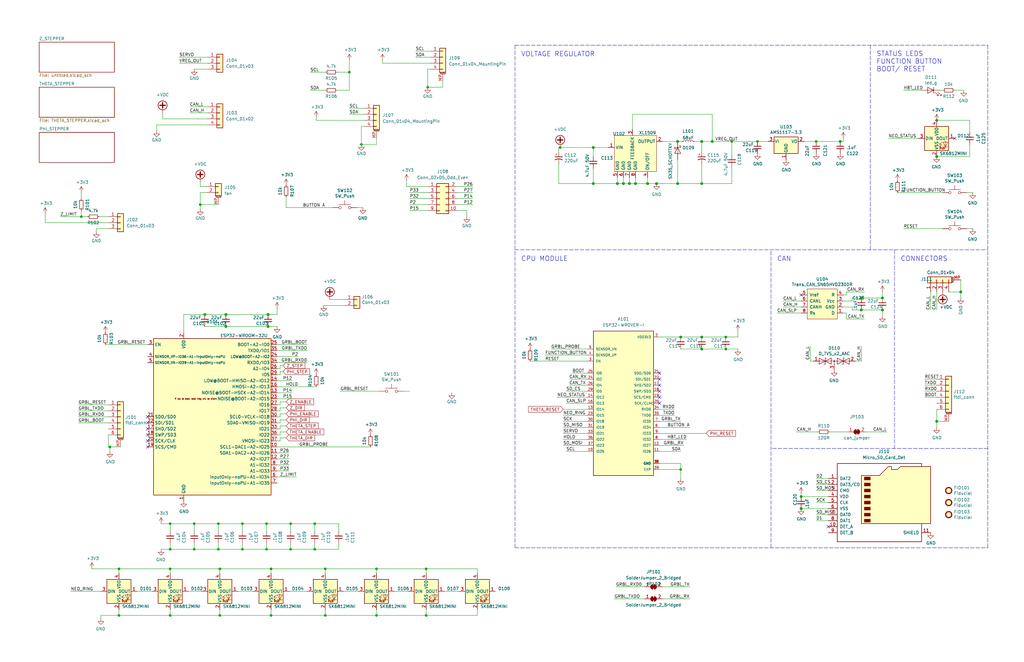
<source format=kicad_sch>
(kicad_sch (version 20230121) (generator eeschema)
  (paper "B")
  (title_block (rev "1.0P") (company "Evezor Inc."))
  (junction (at 180.34 36.83))
  (junction (at 337.82 209.55) (diameter 1.016))
  (junction (at 262.89 77.47) (diameter 1.016))
  (junction (at 137.16 240.03))
  (junction (at 363.22 125.73) (diameter 1.016))
  (junction (at 102.235 220.98))
  (junction (at 344.17 59.69))
  (junction (at 50.165 259.715))
  (junction (at 179.705 240.03))
  (junction (at 71.755 231.775))
  (junction (at 306.07 142.24))
  (junction (at 113.03 137.795) (diameter 1.016))
  (junction (at 363.22 130.81) (diameter 1.016))
  (junction (at 71.755 220.98))
  (junction (at 137.16 259.715))
  (junction (at 260.35 77.47) (diameter 1.016))
  (junction (at 295.91 59.69) (diameter 1.016))
  (junction (at 295.91 77.47) (diameter 1.016))
  (junction (at 92.71 259.715))
  (junction (at 306.07 147.32))
  (junction (at 112.395 231.775))
  (junction (at 132.715 231.775))
  (junction (at 236.22 62.23))
  (junction (at 95.25 137.795) (diameter 1.016))
  (junction (at 295.91 142.24) (diameter 1.016))
  (junction (at 250.19 62.23) (diameter 1.016))
  (junction (at 337.82 214.63) (diameter 1.016))
  (junction (at 354.33 59.69) (diameter 1.016))
  (junction (at 265.43 77.47) (diameter 1.016))
  (junction (at 158.75 259.715))
  (junction (at 95.25 132.715) (diameter 1.016))
  (junction (at 113.03 132.715) (diameter 1.016))
  (junction (at 394.97 66.04) (diameter 1.016))
  (junction (at 112.395 220.98))
  (junction (at 405.13 123.19) (diameter 1.016))
  (junction (at 92.075 231.775))
  (junction (at 34.29 91.44))
  (junction (at 319.405 59.69))
  (junction (at 102.235 231.775))
  (junction (at 394.97 50.8) (diameter 1.016))
  (junction (at 132.715 220.98))
  (junction (at 295.91 147.32) (diameter 1.016))
  (junction (at 92.075 220.98))
  (junction (at 71.755 259.715))
  (junction (at 152.4 60.96))
  (junction (at 92.71 240.03))
  (junction (at 81.915 231.775))
  (junction (at 84.455 86.36))
  (junction (at 86.36 132.715) (diameter 1.016))
  (junction (at 122.555 231.775))
  (junction (at 372.11 130.81) (diameter 1.016))
  (junction (at 372.11 125.73) (diameter 1.016))
  (junction (at 81.915 220.98))
  (junction (at 71.755 240.03))
  (junction (at 114.3 240.03))
  (junction (at 179.705 259.715))
  (junction (at 276.86 77.47) (diameter 1.016))
  (junction (at 273.05 77.47) (diameter 1.016))
  (junction (at 50.165 240.03))
  (junction (at 250.19 77.47) (diameter 1.016))
  (junction (at 308.61 59.69))
  (junction (at 46.355 188.595))
  (junction (at 158.75 240.03))
  (junction (at 267.97 77.47) (diameter 1.016))
  (junction (at 287.02 198.12))
  (junction (at 394.97 177.8) (diameter 1.016))
  (junction (at 287.02 142.24) (diameter 1.016))
  (junction (at 122.555 220.98))
  (junction (at 285.75 77.47) (diameter 1.016))
  (junction (at 114.3 259.715))
  (junction (at 300.355 59.69) (diameter 1.016))
  (junction (at 285.75 59.69) (diameter 1.016))
  (junction (at 147.32 30.48))
  (no_connect (at 278.13 160.02))
  (no_connect (at 402.59 58.42))
  (no_connect (at 62.23 183.515))
  (no_connect (at 62.23 186.055))
  (no_connect (at 278.13 167.64))
  (no_connect (at 62.23 175.895))
  (no_connect (at 349.25 222.25))
  (no_connect (at 62.23 188.595))
  (no_connect (at 337.82 124.46))
  (no_connect (at 278.13 157.48))
  (no_connect (at 62.23 178.435))
  (no_connect (at 278.13 170.18))
  (no_connect (at 278.13 165.1))
  (no_connect (at 278.13 162.56))
  (no_connect (at 62.23 180.975))
  (wire (pts (xy 265.43 77.47) (xy 267.97 77.47)))
  (wire (pts (xy 278.13 185.42) (xy 289.56 185.42)))
  (wire (pts (xy 122.555 229.235) (xy 122.555 231.775)))
  (wire (pts (xy 363.22 146.05) (xy 363.22 152.4)))
  (polyline (pts (xy 367.03 19.05) (xy 367.03 105.41)) (stroke (width 0) (type dash)))
  (wire (pts (xy 45.72 188.595) (xy 46.355 188.595)))
  (wire (pts (xy 116.84 165.735) (xy 123.19 165.735)))
  (wire (pts (xy 337.82 129.54) (xy 330.2 129.54)))
  (wire (pts (xy 356.87 134.62) (xy 364.49 134.62)))
  (wire (pts (xy 235.585 69.215) (xy 235.585 77.47)))
  (wire (pts (xy 394.97 123.19) (xy 394.97 130.81)))
  (wire (pts (xy 387.35 58.42) (xy 374.65 58.42)))
  (wire (pts (xy 355.6 124.46) (xy 356.87 124.46)))
  (wire (pts (xy 118.11 158.115) (xy 116.84 158.115)))
  (wire (pts (xy 259.715 247.65) (xy 271.78 247.65)))
  (wire (pts (xy 142.24 38.1) (xy 147.32 38.1)))
  (wire (pts (xy 172.72 83.82) (xy 180.34 83.82)))
  (wire (pts (xy 132.715 231.775) (xy 142.875 231.775)))
  (wire (pts (xy 75.565 26.67) (xy 87.63 26.67)))
  (wire (pts (xy 201.295 259.715) (xy 179.705 259.715)))
  (wire (pts (xy 92.71 257.175) (xy 92.71 259.715)))
  (wire (pts (xy 256.54 62.23) (xy 250.19 62.23)))
  (wire (pts (xy 180.34 78.74) (xy 171.45 78.74)))
  (wire (pts (xy 392.43 123.19) (xy 392.43 130.81)))
  (wire (pts (xy 92.71 259.715) (xy 71.755 259.715)))
  (wire (pts (xy 341.63 146.05) (xy 341.63 152.4)))
  (wire (pts (xy 356.87 124.46) (xy 356.87 123.19)))
  (wire (pts (xy 372.11 125.73) (xy 372.11 123.19)))
  (wire (pts (xy 337.82 209.55) (xy 349.25 209.55)))
  (wire (pts (xy 287.02 195.58) (xy 287.02 198.12)))
  (wire (pts (xy 118.11 186.055) (xy 116.84 186.055)))
  (wire (pts (xy 147.32 45.72) (xy 153.67 45.72)))
  (wire (pts (xy 102.235 220.98) (xy 92.075 220.98)))
  (wire (pts (xy 262.89 74.93) (xy 262.89 77.47)))
  (wire (pts (xy 142.875 229.235) (xy 142.875 231.775)))
  (wire (pts (xy 81.915 220.98) (xy 71.755 220.98)))
  (wire (pts (xy 81.915 231.775) (xy 92.075 231.775)))
  (wire (pts (xy 113.03 132.715) (xy 116.84 132.715)))
  (wire (pts (xy 40.64 96.52) (xy 45.72 96.52)))
  (wire (pts (xy 247.65 165.1) (xy 238.76 165.1)))
  (wire (pts (xy 247.65 157.48) (xy 241.3 157.48)))
  (wire (pts (xy 42.545 260.985) (xy 42.545 259.715)))
  (wire (pts (xy 118.11 175.895) (xy 118.11 174.625)))
  (wire (pts (xy 158.75 257.175) (xy 158.75 259.715)))
  (wire (pts (xy 365.125 182.245) (xy 374.015 182.245)))
  (wire (pts (xy 133.35 49.53) (xy 133.35 50.8)))
  (wire (pts (xy 363.22 125.73) (xy 372.11 125.73)))
  (wire (pts (xy 68.58 50.165) (xy 68.58 47.625)))
  (wire (pts (xy 180.34 36.83) (xy 180.34 29.21)))
  (wire (pts (xy 394.97 66.04) (xy 408.94 66.04)))
  (wire (pts (xy 114.3 240.03) (xy 114.3 241.935)))
  (wire (pts (xy 344.17 204.47) (xy 349.25 204.47)))
  (wire (pts (xy 120.65 87.63) (xy 140.335 87.63)))
  (wire (pts (xy 121.92 249.555) (xy 129.54 249.555)))
  (wire (pts (xy 172.72 88.9) (xy 180.34 88.9)))
  (wire (pts (xy 292.735 59.69) (xy 295.91 59.69)))
  (wire (pts (xy 356.87 123.19) (xy 364.49 123.19)))
  (wire (pts (xy 278.13 195.58) (xy 287.02 195.58)))
  (wire (pts (xy 278.13 177.8) (xy 287.02 177.8)))
  (wire (pts (xy 363.22 130.81) (xy 372.11 130.81)))
  (wire (pts (xy 359.41 127) (xy 359.41 125.73)))
  (wire (pts (xy 137.16 240.03) (xy 158.75 240.03)))
  (wire (pts (xy 306.07 142.24) (xy 311.15 142.24)))
  (wire (pts (xy 114.3 240.03) (xy 137.16 240.03)))
  (wire (pts (xy 279.4 59.69) (xy 285.75 59.69)))
  (wire (pts (xy 152.4 60.96) (xy 152.4 53.34)))
  (wire (pts (xy 308.61 70.485) (xy 308.61 77.47)))
  (wire (pts (xy 92.075 229.235) (xy 92.075 231.775)))
  (wire (pts (xy 92.075 86.36) (xy 84.455 86.36)))
  (wire (pts (xy 247.65 190.5) (xy 238.76 190.5)))
  (wire (pts (xy 92.075 231.775) (xy 102.235 231.775)))
  (wire (pts (xy 158.75 58.42) (xy 158.75 60.96)))
  (wire (pts (xy 349.25 217.17) (xy 344.17 217.17)))
  (wire (pts (xy 344.17 212.09) (xy 349.25 212.09)))
  (wire (pts (xy 116.84 163.195) (xy 133.35 163.195)))
  (wire (pts (xy 276.86 77.47) (xy 285.75 77.47)))
  (wire (pts (xy 389.89 160.02) (xy 394.97 160.02)))
  (wire (pts (xy 71.755 220.98) (xy 67.945 220.98)))
  (wire (pts (xy 260.35 74.93) (xy 260.35 77.47)))
  (wire (pts (xy 100.33 249.555) (xy 106.68 249.555)))
  (wire (pts (xy 81.915 231.775) (xy 81.915 229.235)))
  (wire (pts (xy 132.715 229.235) (xy 132.715 231.775)))
  (wire (pts (xy 158.75 259.715) (xy 137.16 259.715)))
  (wire (pts (xy 193.04 81.28) (xy 199.39 81.28)))
  (wire (pts (xy 142.875 224.155) (xy 142.875 220.98)))
  (wire (pts (xy 144.78 249.555) (xy 151.13 249.555)))
  (wire (pts (xy 311.15 142.24) (xy 311.15 139.7)))
  (wire (pts (xy 319.405 59.69) (xy 323.85 59.69)))
  (wire (pts (xy 118.11 174.625) (xy 120.65 174.625)))
  (wire (pts (xy 158.75 60.96) (xy 152.4 60.96)))
  (polyline (pts (xy 217.17 19.05) (xy 416.56 19.05)) (stroke (width 0) (type dash)))
  (wire (pts (xy 300.355 59.69) (xy 308.61 59.69)))
  (wire (pts (xy 394.97 177.8) (xy 400.05 177.8)))
  (wire (pts (xy 247.65 185.42) (xy 237.49 185.42)))
  (wire (pts (xy 116.84 196.215) (xy 121.92 196.215)))
  (wire (pts (xy 158.75 240.03) (xy 158.75 241.935)))
  (wire (pts (xy 116.84 191.135) (xy 121.92 191.135)))
  (wire (pts (xy 25.4 91.44) (xy 34.29 91.44)))
  (wire (pts (xy 193.04 78.74) (xy 199.39 78.74)))
  (wire (pts (xy 116.84 198.755) (xy 121.92 198.755)))
  (wire (pts (xy 172.72 81.28) (xy 180.34 81.28)))
  (wire (pts (xy 71.755 231.775) (xy 71.755 229.235)))
  (wire (pts (xy 80.01 47.625) (xy 87.63 47.625)))
  (wire (pts (xy 327.66 132.08) (xy 337.82 132.08)))
  (wire (pts (xy 341.63 152.4) (xy 342.9 152.4)))
  (wire (pts (xy 122.555 220.98) (xy 112.395 220.98)))
  (wire (pts (xy 133.35 50.8) (xy 153.67 50.8)))
  (wire (pts (xy 402.59 38.1) (xy 406.4 38.1)))
  (wire (pts (xy 130.81 30.48) (xy 137.16 30.48)))
  (wire (pts (xy 337.82 208.28) (xy 337.82 209.55)))
  (wire (pts (xy 33.02 170.815) (xy 45.72 170.815)))
  (wire (pts (xy 295.91 77.47) (xy 295.91 69.215)))
  (wire (pts (xy 42.545 259.715) (xy 50.165 259.715)))
  (wire (pts (xy 201.295 257.175) (xy 201.295 259.715)))
  (wire (pts (xy 161.29 25.4) (xy 161.29 26.67)))
  (wire (pts (xy 86.995 81.28) (xy 84.455 81.28)))
  (wire (pts (xy 116.84 155.575) (xy 118.11 155.575)))
  (wire (pts (xy 235.585 77.47) (xy 250.19 77.47)))
  (wire (pts (xy 120.65 179.705) (xy 118.11 179.705)))
  (wire (pts (xy 295.91 77.47) (xy 308.61 77.47)))
  (wire (pts (xy 118.11 184.785) (xy 118.11 186.055)))
  (wire (pts (xy 201.295 240.03) (xy 201.295 241.935)))
  (wire (pts (xy 118.11 173.355) (xy 116.84 173.355)))
  (wire (pts (xy 284.48 172.72) (xy 278.13 172.72)))
  (wire (pts (xy 247.65 187.96) (xy 237.49 187.96)))
  (wire (pts (xy 118.11 155.575) (xy 118.11 154.305)))
  (wire (pts (xy 86.36 137.795) (xy 95.25 137.795)))
  (wire (pts (xy 116.84 150.495) (xy 125.73 150.495)))
  (wire (pts (xy 278.13 198.12) (xy 287.02 198.12)))
  (wire (pts (xy 308.61 59.69) (xy 319.405 59.69)))
  (wire (pts (xy 265.43 74.93) (xy 265.43 77.47)))
  (wire (pts (xy 378.46 81.28) (xy 397.51 81.28)))
  (wire (pts (xy 116.84 168.275) (xy 123.19 168.275)))
  (wire (pts (xy 132.715 220.98) (xy 122.555 220.98)))
  (wire (pts (xy 344.17 59.69) (xy 354.33 59.69)))
  (wire (pts (xy 86.36 132.715) (xy 95.25 132.715)))
  (wire (pts (xy 278.13 187.96) (xy 288.29 187.96)))
  (wire (pts (xy 278.13 180.34) (xy 290.83 180.34)))
  (wire (pts (xy 84.455 81.28) (xy 84.455 86.36)))
  (wire (pts (xy 355.6 127) (xy 359.41 127)))
  (wire (pts (xy 57.785 249.555) (xy 64.135 249.555)))
  (wire (pts (xy 237.49 182.88) (xy 247.65 182.88)))
  (wire (pts (xy 355.6 132.08) (xy 356.87 132.08)))
  (wire (pts (xy 279.4 252.73) (xy 290.83 252.73)))
  (wire (pts (xy 396.24 38.1) (xy 397.51 38.1)))
  (wire (pts (xy 344.17 219.71) (xy 349.25 219.71)))
  (wire (pts (xy 223.52 152.4) (xy 247.65 152.4)))
  (wire (pts (xy 45.72 175.895) (xy 33.02 175.895)))
  (wire (pts (xy 116.84 147.955) (xy 129.54 147.955)))
  (wire (pts (xy 339.09 59.69) (xy 344.17 59.69)))
  (wire (pts (xy 118.11 172.085) (xy 118.11 173.355)))
  (wire (pts (xy 394.97 172.72) (xy 394.97 177.8)))
  (wire (pts (xy 394.97 177.8) (xy 394.97 180.34)))
  (wire (pts (xy 147.32 30.48) (xy 147.32 25.4)))
  (wire (pts (xy 80.01 45.085) (xy 87.63 45.085)))
  (wire (pts (xy 259.08 252.73) (xy 271.78 252.73)))
  (wire (pts (xy 363.22 152.4) (xy 360.68 152.4)))
  (wire (pts (xy 278.13 190.5) (xy 287.02 190.5)))
  (wire (pts (xy 166.37 249.555) (xy 172.085 249.555)))
  (wire (pts (xy 407.67 81.28) (xy 410.21 81.28)))
  (wire (pts (xy 186.69 36.83) (xy 180.34 36.83)))
  (wire (pts (xy 349.25 214.63) (xy 337.82 214.63)))
  (polyline (pts (xy 217.17 231.14) (xy 217.17 19.05)) (stroke (width 0) (type dash)))
  (wire (pts (xy 349.25 201.93) (xy 344.17 201.93)))
  (wire (pts (xy 394.97 167.64) (xy 389.89 167.64)))
  (wire (pts (xy 77.47 140.335) (xy 77.47 132.715)))
  (wire (pts (xy 266.7 48.26) (xy 300.355 48.26)))
  (wire (pts (xy 40.64 97.79) (xy 40.64 96.52)))
  (wire (pts (xy 116.84 145.415) (xy 129.54 145.415)))
  (wire (pts (xy 116.84 188.595) (xy 156.21 188.595)))
  (wire (pts (xy 84.455 78.74) (xy 84.455 76.835)))
  (wire (pts (xy 186.69 34.29) (xy 186.69 36.83)))
  (wire (pts (xy 407.67 96.52) (xy 410.21 96.52)))
  (wire (pts (xy 236.22 62.23) (xy 235.585 62.23)))
  (wire (pts (xy 102.235 229.235) (xy 102.235 231.775)))
  (wire (pts (xy 196.85 91.44) (xy 196.85 88.9)))
  (wire (pts (xy 237.49 175.26) (xy 247.65 175.26)))
  (wire (pts (xy 45.72 93.98) (xy 19.05 93.98)))
  (wire (pts (xy 349.25 207.01) (xy 344.17 207.01)))
  (wire (pts (xy 179.705 257.175) (xy 179.705 259.715)))
  (wire (pts (xy 50.165 257.175) (xy 50.165 259.715)))
  (wire (pts (xy 41.91 91.44) (xy 45.72 91.44)))
  (wire (pts (xy 71.755 240.03) (xy 71.755 241.935)))
  (wire (pts (xy 116.84 160.655) (xy 123.19 160.655)))
  (wire (pts (xy 114.3 257.175) (xy 114.3 259.715)))
  (wire (pts (xy 247.65 162.56) (xy 240.03 162.56)))
  (wire (pts (xy 116.84 170.815) (xy 118.11 170.815)))
  (wire (pts (xy 142.875 220.98) (xy 132.715 220.98)))
  (polyline (pts (xy 416.56 189.23) (xy 325.12 189.23)) (stroke (width 0) (type dash)))
  (wire (pts (xy 306.07 147.32) (xy 311.15 147.32)))
  (wire (pts (xy 34.29 91.44) (xy 36.83 91.44)))
  (polyline (pts (xy 416.56 19.05) (xy 416.56 231.14)) (stroke (width 0) (type dash)))
  (wire (pts (xy 92.71 240.03) (xy 114.3 240.03)))
  (wire (pts (xy 267.97 74.93) (xy 267.97 77.47)))
  (wire (pts (xy 66.04 52.705) (xy 66.04 55.245)))
  (wire (pts (xy 171.45 78.74) (xy 171.45 76.2)))
  (wire (pts (xy 295.91 147.32) (xy 306.07 147.32)))
  (wire (pts (xy 136.525 128.905) (xy 145.415 128.905)))
  (wire (pts (xy 267.97 77.47) (xy 273.05 77.47)))
  (polyline (pts (xy 377.19 105.41) (xy 377.19 189.23)) (stroke (width 0) (type dash)))
  (wire (pts (xy 179.705 240.03) (xy 201.295 240.03)))
  (wire (pts (xy 179.705 240.03) (xy 179.705 241.935)))
  (wire (pts (xy 193.04 86.36) (xy 199.39 86.36)))
  (wire (pts (xy 45.72 173.355) (xy 33.02 173.355)))
  (wire (pts (xy 95.25 137.795) (xy 113.03 137.795)))
  (wire (pts (xy 137.16 240.03) (xy 137.16 241.935)))
  (wire (pts (xy 250.19 71.12) (xy 250.19 77.47)))
  (wire (pts (xy 247.65 180.34) (xy 237.49 180.34)))
  (wire (pts (xy 247.65 147.32) (xy 232.41 147.32)))
  (wire (pts (xy 71.755 259.715) (xy 50.165 259.715)))
  (wire (pts (xy 102.235 220.98) (xy 102.235 224.155)))
  (wire (pts (xy 112.395 220.98) (xy 112.395 224.155)))
  (wire (pts (xy 116.84 153.035) (xy 129.54 153.035)))
  (wire (pts (xy 120.65 172.085) (xy 118.11 172.085)))
  (wire (pts (xy 118.11 180.975) (xy 116.84 180.975)))
  (wire (pts (xy 229.87 149.86) (xy 247.65 149.86)))
  (wire (pts (xy 71.755 220.98) (xy 71.755 224.155)))
  (wire (pts (xy 356.87 132.08) (xy 356.87 134.62)))
  (wire (pts (xy 405.13 118.11) (xy 405.13 123.19)))
  (wire (pts (xy 77.47 132.715) (xy 86.36 132.715)))
  (wire (pts (xy 179.705 259.715) (xy 158.75 259.715)))
  (wire (pts (xy 247.65 177.8) (xy 237.49 177.8)))
  (wire (pts (xy 355.6 129.54) (xy 359.41 129.54)))
  (wire (pts (xy 42.545 249.555) (xy 29.845 249.555)))
  (wire (pts (xy 260.35 77.47) (xy 262.89 77.47)))
  (wire (pts (xy 408.94 66.04) (xy 408.94 60.96)))
  (wire (pts (xy 68.58 50.165) (xy 87.63 50.165)))
  (wire (pts (xy 116.84 175.895) (xy 118.11 175.895)))
  (wire (pts (xy 300.355 48.26) (xy 300.355 59.69)))
  (wire (pts (xy 50.165 240.03) (xy 38.735 240.03)))
  (wire (pts (xy 287.02 198.12) (xy 287.02 201.93)))
  (wire (pts (xy 285.75 77.47) (xy 285.75 67.31)))
  (wire (pts (xy 118.11 170.815) (xy 118.11 169.545)))
  (wire (pts (xy 295.91 59.69) (xy 295.91 64.135)))
  (wire (pts (xy 120.65 87.63) (xy 120.65 83.185)))
  (wire (pts (xy 349.885 182.245) (xy 357.505 182.245)))
  (wire (pts (xy 67.945 231.775) (xy 71.755 231.775)))
  (wire (pts (xy 44.45 145.415) (xy 62.23 145.415)))
  (wire (pts (xy 114.3 259.715) (xy 92.71 259.715)))
  (wire (pts (xy 295.91 142.24) (xy 306.07 142.24)))
  (wire (pts (xy 75.565 24.13) (xy 87.63 24.13)))
  (polyline (pts (xy 217.17 231.14) (xy 416.56 231.14)) (stroke (width 0) (type dash)))
  (wire (pts (xy 86.995 78.74) (xy 84.455 78.74)))
  (wire (pts (xy 130.81 38.1) (xy 137.16 38.1)))
  (wire (pts (xy 79.375 249.555) (xy 85.09 249.555)))
  (wire (pts (xy 112.395 231.775) (xy 122.555 231.775)))
  (wire (pts (xy 381 96.52) (xy 397.51 96.52)))
  (polyline (pts (xy 217.17 105.41) (xy 416.56 105.41)) (stroke (width 0) (type dash)))
  (wire (pts (xy 118.11 179.705) (xy 118.11 180.975)))
  (wire (pts (xy 87.63 52.705) (xy 66.04 52.705)))
  (wire (pts (xy 137.16 257.175) (xy 137.16 259.715)))
  (wire (pts (xy 71.755 231.775) (xy 81.915 231.775)))
  (wire (pts (xy 46.355 188.595) (xy 46.355 190.5)))
  (wire (pts (xy 81.915 29.21) (xy 87.63 29.21)))
  (wire (pts (xy 381 38.1) (xy 388.62 38.1)))
  (wire (pts (xy 158.75 240.03) (xy 179.705 240.03)))
  (wire (pts (xy 50.165 240.03) (xy 71.755 240.03)))
  (wire (pts (xy 335.915 182.245) (xy 344.805 182.245)))
  (wire (pts (xy 120.65 184.785) (xy 118.11 184.785)))
  (wire (pts (xy 34.29 88.9) (xy 34.29 91.44)))
  (wire (pts (xy 337.82 127) (xy 330.2 127)))
  (wire (pts (xy 287.02 142.24) (xy 295.91 142.24)))
  (wire (pts (xy 238.76 170.18) (xy 247.65 170.18)))
  (wire (pts (xy 95.25 132.715) (xy 113.03 132.715)))
  (wire (pts (xy 139.065 126.365) (xy 145.415 126.365)))
  (wire (pts (xy 394.97 50.8) (xy 408.94 50.8)))
  (wire (pts (xy 112.395 220.98) (xy 102.235 220.98)))
  (wire (pts (xy 355.6 59.69) (xy 355.6 58.42)))
  (wire (pts (xy 161.29 26.67) (xy 181.61 26.67)))
  (wire (pts (xy 247.65 167.64) (xy 234.95 167.64)))
  (wire (pts (xy 266.7 48.26) (xy 266.7 54.61)))
  (wire (pts (xy 359.41 129.54) (xy 359.41 130.81)))
  (wire (pts (xy 152.4 53.34) (xy 153.67 53.34)))
  (wire (pts (xy 247.65 172.72) (xy 237.49 172.72)))
  (wire (pts (xy 389.89 165.1) (xy 394.97 165.1)))
  (wire (pts (xy 279.4 247.65) (xy 290.83 247.65)))
  (wire (pts (xy 142.24 30.48) (xy 147.32 30.48)))
  (wire (pts (xy 34.29 81.28) (xy 34.29 83.82)))
  (wire (pts (xy 250.19 62.23) (xy 236.22 62.23)))
  (wire (pts (xy 196.85 88.9) (xy 193.04 88.9)))
  (wire (pts (xy 113.03 137.795) (xy 116.84 137.795)))
  (polyline (pts (xy 325.12 231.14) (xy 325.12 105.41)) (stroke (width 0) (type dash)))
  (wire (pts (xy 118.11 183.515) (xy 116.84 183.515)))
  (wire (pts (xy 250.19 62.23) (xy 250.19 66.04)))
  (wire (pts (xy 71.755 257.175) (xy 71.755 259.715)))
  (wire (pts (xy 273.05 74.93) (xy 273.05 77.47)))
  (wire (pts (xy 92.075 220.98) (xy 92.075 224.155)))
  (wire (pts (xy 116.84 193.675) (xy 121.92 193.675)))
  (wire (pts (xy 308.61 59.69) (xy 308.61 65.405)))
  (wire (pts (xy 81.915 220.98) (xy 81.915 224.155)))
  (wire (pts (xy 143.51 165.1) (xy 160.02 165.1)))
  (wire (pts (xy 147.32 48.26) (xy 153.67 48.26)))
  (wire (pts (xy 240.03 160.02) (xy 247.65 160.02)))
  (wire (pts (xy 137.16 259.715) (xy 114.3 259.715)))
  (wire (pts (xy 262.89 77.47) (xy 265.43 77.47)))
  (wire (pts (xy 122.555 220.98) (xy 122.555 224.155)))
  (wire (pts (xy 102.235 231.775) (xy 112.395 231.775)))
  (wire (pts (xy 400.05 123.19) (xy 405.13 123.19)))
  (wire (pts (xy 405.13 123.19) (xy 405.13 125.73)))
  (wire (pts (xy 147.32 38.1) (xy 147.32 30.48)))
  (wire (pts (xy 273.05 77.47) (xy 276.86 77.47)))
  (wire (pts (xy 287.02 147.32) (xy 295.91 147.32)))
  (wire (pts (xy 92.71 240.03) (xy 92.71 241.935)))
  (wire (pts (xy 50.165 241.935) (xy 50.165 240.03)))
  (wire (pts (xy 84.455 86.36) (xy 84.455 88.265)))
  (wire (pts (xy 285.75 77.47) (xy 295.91 77.47)))
  (wire (pts (xy 150.495 87.63) (xy 153.035 87.63)))
  (wire (pts (xy 193.04 83.82) (xy 199.39 83.82)))
  (wire (pts (xy 118.11 156.845) (xy 118.11 158.115)))
  (wire (pts (xy 116.84 132.715) (xy 116.84 130.175)))
  (wire (pts (xy 172.72 86.36) (xy 180.34 86.36)))
  (wire (pts (xy 278.13 182.88) (xy 297.815 182.88)))
  (wire (pts (xy 118.11 182.245) (xy 118.11 183.515)))
  (wire (pts (xy 119.38 156.845) (xy 118.11 156.845)))
  (wire (pts (xy 45.72 178.435) (xy 33.02 178.435)))
  (wire (pts (xy 71.755 240.03) (xy 92.71 240.03)))
  (wire (pts (xy 118.11 169.545) (xy 120.65 169.545)))
  (wire (pts (xy 122.555 231.775) (xy 132.715 231.775)))
  (wire (pts (xy 118.11 177.165) (xy 118.11 178.435)))
  (wire (pts (xy 359.41 125.73) (xy 363.22 125.73)))
  (wire (pts (xy 278.13 142.24) (xy 287.02 142.24)))
  (wire (pts (xy 92.075 220.98) (xy 81.915 220.98)))
  (wire (pts (xy 278.13 175.26) (xy 284.48 175.26)))
  (wire (pts (xy 118.11 178.435) (xy 116.84 178.435)))
  (wire (pts (xy 19.05 93.98) (xy 19.05 90.17)))
  (wire (pts (xy 372.11 133.35) (xy 372.11 130.81)))
  (wire (pts (xy 175.26 21.59) (xy 181.61 21.59)))
  (wire (pts (xy 250.19 77.47) (xy 260.35 77.47)))
  (wire (pts (xy 112.395 229.235) (xy 112.395 231.775)))
  (wire (pts (xy 295.91 59.69) (xy 300.355 59.69)))
  (wire (pts (xy 359.41 130.81) (xy 363.22 130.81)))
  (wire (pts (xy 118.11 154.305) (xy 119.38 154.305)))
  (wire (pts (xy 187.325 249.555) (xy 193.675 249.555)))
  (wire (pts (xy 120.65 182.245) (xy 118.11 182.245)))
  (wire (pts (xy 408.94 50.8) (xy 408.94 55.88)))
  (wire (pts (xy 175.26 24.13) (xy 181.61 24.13)))
  (wire (pts (xy 50.8 188.595) (xy 46.355 188.595)))
  (wire (pts (xy 235.585 62.23) (xy 235.585 64.135)))
  (wire (pts (xy 132.715 220.98) (xy 132.715 224.155)))
  (wire (pts (xy 354.33 59.69) (xy 355.6 59.69)))
  (wire (pts (xy 180.34 29.21) (xy 181.61 29.21)))
  (wire (pts (xy 170.18 165.1) (xy 172.72 165.1)))
  (wire (pts (xy 45.72 183.515) (xy 45.72 188.595)))
  (wire (pts (xy 116.84 201.295) (xy 125.095 201.295)))
  (wire (pts (xy 389.89 162.56) (xy 394.97 162.56)))
  (wire (pts (xy 120.65 177.165) (xy 118.11 177.165)))
  (wire (pts (xy 285.75 59.69) (xy 287.655 59.69)))
  (text "VOLTAGE REGULATOR" (at 219.71 24.13 0) (effects (font (size 2.0066 2.0066)) (justify left bottom)))
  (text "CPU MODULE" (at 219.71 110.49 0) (effects (font (size 2.0066 2.0066)) (justify left bottom)))
  (text "CAN \n" (at 327.66 110.49 0) (effects (font (size 2.0066 2.0066)) (justify left bottom)))
  (text "STATUS LEDS \nFUNCTION BUTTON\nBOOT/ RESET " (at 369.57 30.48 0) (effects (font (size 2.0066 2.0066)) (justify left bottom)))
  (text "CONNECTORS" (at 379.73 110.49 0) (effects (font (size 2.0066 2.0066)) (justify left bottom)))
  (label "SCK" (at 237.49 177.8 0))
  (label "SERVO" (at 75.565 24.13 0))
  (label "P33" (at 172.72 81.28 0))
  (label "HOLD" (at 237.49 185.42 0))
  (label "TXDO" (at 284.48 175.26 180))
  (label "GRBL_TXDO" (at 259.08 252.73 0))
  (label "SDA" (at 287.02 190.5 180))
  (label "RESET" (at 229.87 152.4 0))
  (label "SCL" (at 238.76 190.5 0))
  (label "CAN_L" (at 80.01 45.085 0))
  (label "P32" (at 121.92 196.215 180))
  (label "P14" (at 199.39 83.82 180))
  (label "P14" (at 123.19 165.735 180))
  (label "CAN_H" (at 394.97 130.81 90))
  (label "CAN_TX" (at 240.03 162.56 0))
  (label "CAN_L" (at 392.43 130.81 90))
  (label "SD_MISO" (at 237.49 180.34 0))
  (label "P15" (at 172.72 88.9 0))
  (label "P15" (at 123.19 168.275 180))
  (label "SD_MOSI" (at 237.49 187.96 0))
  (label "CAN_SLP" (at 327.66 132.08 0))
  (label "VREG_OUT" (at 75.565 26.67 0))
  (label "P12" (at 123.19 160.655 180))
  (label "NEO_RING" (at 29.845 249.555 0))
  (label "GRBL_PROBE" (at 138.43 188.595 180))
  (label "GRBL_TXDO" (at 33.02 173.355 0))
  (label "CAN_L" (at 330.2 127 0))
  (label "SDA" (at 147.32 48.26 0))
  (label "CAN_L" (at 341.63 146.05 270))
  (label "GRBL_RX" (at 290.83 252.73 180))
  (label "SCL" (at 175.26 21.59 0))
  (label "SDA" (at 175.26 24.13 0))
  (label "Z_LIMIT" (at 25.4 91.44 0))
  (label "RXD0" (at 389.89 165.1 0))
  (label "GRBL_RESET" (at 143.51 165.1 0))
  (label "GRBL_RESET" (at 33.02 170.815 0))
  (label "GRBL_RX" (at 288.29 187.96 180))
  (label "P33" (at 121.92 198.755 180))
  (label "CAN_SLP" (at 238.76 170.18 0))
  (label "P2" (at 125.73 150.495 180))
  (label "GRBL_PROBE" (at 232.41 147.32 0))
  (label "SCL" (at 130.81 30.48 0))
  (label "CAN_RX" (at 364.49 123.19 180))
  (label "SCL" (at 147.32 45.72 0))
  (label "GRBL_RXD0" (at 129.54 153.035 180))
  (label "CAN_L" (at 374.015 182.245 180))
  (label "P2" (at 172.72 86.36 0))
  (label "GRBL_TXDO" (at 129.54 147.955 180))
  (label "HBT_LED" (at 381 38.1 0))
  (label "GRBL_RXD0" (at 259.715 247.65 0))
  (label "GRBL_RXD0" (at 33.02 175.895 0))
  (label "BUTTON A" (at 290.83 180.34 180))
  (label "P27" (at 121.92 193.675 180))
  (label "P27" (at 199.39 81.28 180))
  (label "CAN_H" (at 335.915 182.245 0))
  (label "TXDO" (at 389.89 162.56 0))
  (label "FUNCTION_BUTTON" (at 381 81.28 0))
  (label "NEO_STATUS" (at 374.65 58.42 0))
  (label "SD_MOSI" (at 344.17 207.01 0))
  (label "GRBL_RESET" (at 49.53 145.415 0))
  (label "HBT_LED" (at 289.56 185.42 180))
  (label "GRBL_TX" (at 287.02 177.8 180))
  (label "P26" (at 199.39 78.74 180))
  (label "SD_CS" (at 238.76 165.1 0))
  (label "P26" (at 121.92 191.135 180))
  (label "GRBL_BOOT" (at 33.02 178.435 0))
  (label "D1" (at 344.17 219.71 0))
  (label "RESET" (at 381 96.52 0))
  (label "SDA" (at 130.81 38.1 0))
  (label "CAN_TX" (at 364.49 134.62 180))
  (label "SCK" (at 344.17 212.09 0))
  (label "GRBL_BOOT" (at 129.54 145.415 180))
  (label "GRBL_TX" (at 290.83 247.65 180))
  (label "FUNCTION_BUTTON" (at 229.87 149.86 0))
  (label "CAN_H" (at 363.22 146.05 270))
  (label "SD_CS" (at 344.17 204.47 0))
  (label "CAN_H" (at 330.2 129.54 0))
  (label "BOOT" (at 389.89 167.64 0))
  (label "D2" (at 344.17 201.93 0))
  (label "RXD0" (at 284.48 172.72 180))
  (label "HOLD" (at 125.73 163.195 180))
  (label "SD_MISO" (at 344.17 217.17 0))
  (label "BOOT" (at 241.3 157.48 0))
  (label "VREG_OUT" (at 311.15 59.69 180))
  (label "P12" (at 199.39 86.36 180))
  (label "Z_LIMIT" (at 125.095 201.295 180))
  (label "BUTTON A" (at 127.635 87.63 0))
  (label "SERVO" (at 237.49 182.88 0))
  (label "P32" (at 172.72 83.82 0))
  (label "NEO_STATUS" (at 234.95 167.64 0))
  (label "CAN_H" (at 80.01 47.625 0))
  (label "RESET" (at 389.89 160.02 0))
  (label "CAN_RX" (at 240.03 160.02 0))
  (label "NEO_RING" (at 237.49 175.26 0))
  (global_label "PHI_STEP" (shape input) (at 119.38 156.845 0) (property "Intersheetrefs" "${INTERSHEET_REFS}" (effects hide)))
  (global_label "THETA_STEP" (shape input) (at 120.65 179.705 0) (property "Intersheetrefs" "${INTERSHEET_REFS}" (effects hide)))
  (global_label "THETA_DIR" (shape input) (at 120.65 184.785 0) (property "Intersheetrefs" "${INTERSHEET_REFS}" (effects hide)))
  (global_label "PHI_ENABLE" (shape input) (at 120.65 174.625 0) (property "Intersheetrefs" "${INTERSHEET_REFS}" (effects hide)))
  (global_label "Z_ENABLE" (shape input) (at 120.65 169.545 0) (property "Intersheetrefs" "${INTERSHEET_REFS}" (effects hide)))
  (global_label "Z_DIR" (shape input) (at 120.65 172.085 0) (property "Intersheetrefs" "${INTERSHEET_REFS}" (effects hide)))
  (global_label "PHI_RESET" (shape input) (at 297.815 182.88 0) (property "Intersheetrefs" "${INTERSHEET_REFS}" (effects hide)))
  (global_label "Z_STEP" (shape input) (at 119.38 154.305 0) (property "Intersheetrefs" "${INTERSHEET_REFS}" (effects hide)))
  (global_label "THETA_ENABLE" (shape input) (at 120.65 182.245 0) (property "Intersheetrefs" "${INTERSHEET_REFS}" (effects hide)))
  (global_label "PHI_DIR" (shape input) (at 120.65 177.165 0) (property "Intersheetrefs" "${INTERSHEET_REFS}" (effects hide)))
  (global_label "THETA_RESET" (shape input) (at 237.49 172.72 180) (property "Intersheetrefs" "${INTERSHEET_REFS}" (effects hide)))
  (symbol (lib_id "power:+3.3V") (at 355.6 58.42 0) (unit 1)
    (property "Reference" "#PWR0145" (effects hide))
    (property "Value" "+3.3V" (at 355.981 54.0258 0))
  )
  (symbol (lib_id "Regulator_Linear:AMS1117-3.3") (at 331.47 59.69 0) (unit 1)
    (property "Reference" "U103" (at 331.47 53.5432 0))
    (property "Value" "AMS1117-3.3" (at 331.47 55.8546 0))
    (property "Footprint" "Package_TO_SOT_SMD:SOT-223-3_TabPin2" (effects hide))
    (property "Datasheet" "http://www.advanced-monolithic.com/pdf/ds1117.pdf" (effects hide))
  )
  (symbol (lib_id "power:GND") (at 331.47 67.31 0) (unit 1)
    (property "Reference" "#PWR0139" (effects hide))
    (property "Value" "GND" (at 331.597 71.7042 0))
  )
  (symbol (lib_id "power:GND") (at 410.21 81.28 0) (mirror y) (unit 1)
    (property "Reference" "#PWR0156" (effects hide))
    (property "Value" "GND" (at 410.083 85.6742 0))
  )
  (symbol (lib_id "Switch:SW_Push") (at 402.59 81.28 0) (unit 1)
    (property "Reference" "SW103" (at 402.59 74.041 0))
    (property "Value" "SW_Push" (at 402.59 76.3524 0))
    (property "Footprint" "Button_Switch_SMD:SWITCH_2x3_SMD_TACTILE_GREEN" (effects hide))
  )
  (symbol (lib_id "power:+3.3V") (at 394.97 50.8 0) (unit 1)
    (property "Reference" "#PWR0150" (effects hide))
    (property "Value" "+3.3V" (at 395.351 46.4058 0))
  )
  (symbol (lib_id "power:GND") (at 394.97 66.04 0) (mirror y) (unit 1)
    (property "Reference" "#PWR0151" (effects hide))
    (property "Value" "GND" (at 394.843 70.4342 0))
  )
  (symbol (lib_id "Device:C_Small") (at 408.94 58.42 180) (unit 1)
    (property "Reference" "C125" (at 414.7566 58.42 90))
    (property "Value" ".1uF" (at 412.4452 58.42 90))
    (property "Footprint" "Capacitor_SMD:C_0603_1608Metric" (effects hide))
  )
  (symbol (lib_id "Device:C_Small") (at 354.33 62.23 0) (unit 1)
    (property "Reference" "C122" (at 356.87 64.77 0) (effects (justify left)))
    (property "Value" ".1uF" (at 356.87 62.23 0) (effects (justify left)))
    (property "Footprint" "Capacitor_SMD:C_0603_1608Metric" (effects hide))
  )
  (symbol (lib_id "power:GND") (at 354.33 64.77 0) (unit 1)
    (property "Reference" "#PWR0144" (effects hide))
    (property "Value" "GND" (at 354.457 69.1642 0))
  )
  (symbol (lib_id "LED:SK6812MINI") (at 394.97 58.42 0) (unit 1)
    (property "Reference" "D112" (at 403.7076 57.2516 0) (effects (justify left)))
    (property "Value" "SK6812MINI" (at 396.24 64.77 0) (effects (justify left)))
    (property "Footprint" "LED_SMD:LED_SK6812MINI_PLCC4_3.5x3.5mm_P1.75mm" (effects hide))
    (property "Datasheet" "https://cdn-shop.adafruit.com/product-files/2686/SK6812MINI_REV.01-1-2.pdf" (effects hide))
  )
  (symbol (lib_id "Device:D_TVS_x2_AAC") (at 351.79 152.4 0) (unit 1)
    (property "Reference" "D110" (at 351.79 146.9136 0))
    (property "Value" "D_TVS_x2_AAC" (at 351.79 149.225 0))
    (property "Footprint" "Package_TO_SOT_SMD:SOT-23" (effects hide))
  )
  (symbol (lib_id "power:GND") (at 351.79 156.21 0) (mirror y) (unit 1)
    (property "Reference" "#PWR0143" (effects hide))
    (property "Value" "GND" (at 351.663 160.6042 0))
  )
  (symbol (lib_id "Evezor_Library:Trans_CAN_SN65HVD230DR") (at 346.71 128.27 180) (unit 1)
    (property "Reference" "U104" (at 346.71 117.729 0))
    (property "Value" "Trans_CAN_SN65HVD230DR" (at 346.71 120.0404 0))
    (property "Footprint" "Package_SO:CAN-TRANS-SN65HVD230DR" (effects hide))
  )
  (symbol (lib_id "Device:C_Small") (at 363.22 128.27 0) (unit 1)
    (property "Reference" "C123" (at 359.41 125.73 0) (effects (justify left)))
    (property "Value" ".1uF" (at 360.68 130.81 90) (effects (justify left)))
    (property "Footprint" "Capacitor_SMD:C_0603_1608Metric" (effects hide))
  )
  (symbol (lib_id "Device:C_Small") (at 372.11 128.27 0) (unit 1)
    (property "Reference" "C124" (at 367.03 129.54 0) (effects (justify left)))
    (property "Value" "22uF" (at 365.76 127 0) (effects (justify left)))
    (property "Footprint" "Capacitor_SMD:C_0805_2012Metric" (effects hide))
  )
  (symbol (lib_id "Device:C_Small") (at 287.02 144.78 0) (unit 1)
    (property "Reference" "C114" (at 281.94 146.05 0) (effects (justify left)))
    (property "Value" "22uF" (at 280.67 143.51 0) (effects (justify left)))
    (property "Footprint" "Capacitor_SMD:C_0805_2012Metric" (effects hide))
  )
  (symbol (lib_id "Device:C_Small") (at 295.91 144.78 0) (unit 1)
    (property "Reference" "C116" (at 290.83 146.05 0) (effects (justify left)))
    (property "Value" "22uF" (at 289.56 143.51 0) (effects (justify left)))
    (property "Footprint" "Capacitor_SMD:C_0805_2012Metric" (effects hide))
  )
  (symbol (lib_id "Device:C_Small") (at 306.07 144.78 0) (unit 1)
    (property "Reference" "C117" (at 300.99 146.05 0) (effects (justify left)))
    (property "Value" "22uF" (at 299.72 143.51 0) (effects (justify left)))
    (property "Footprint" "Capacitor_SMD:C_0805_2012Metric" (effects hide))
  )
  (symbol (lib_id "Device:R_Small") (at 223.52 149.86 180) (unit 1)
    (property "Reference" "R109" (at 226.06 149.86 90))
    (property "Value" "10k" (at 220.98 149.86 90))
    (property "Footprint" "Resistor_SMD:R_0603_1608Metric" (effects hide))
  )
  (symbol (lib_id "Connector_Generic_MountingPin:Conn_01x06_MountingPin") (at 400.05 165.1 0) (unit 1)
    (property "Reference" "J112" (at 402.082 165.3032 0) (effects (justify left)))
    (property "Value" "ftdi_conn" (at 402.082 167.6146 0) (effects (justify left)))
    (property "Footprint" "Connector_JST:JST_SH_BM06B-SRSS-TB_1x06-1MP_P1.00mm_Vertical" (effects hide))
  )
  (symbol (lib_id "power:+3.3V") (at 223.52 147.32 0) (unit 1)
    (property "Reference" "#PWR0132" (effects hide))
    (property "Value" "+3.3V" (at 223.901 142.9258 0))
  )
  (symbol (lib_id "power:+3.3V") (at 311.15 139.7 0) (unit 1)
    (property "Reference" "#PWR0136" (effects hide))
    (property "Value" "+3.3V" (at 311.531 135.3058 0))
  )
  (symbol (lib_id "power:GND") (at 311.15 147.32 0) (unit 1)
    (property "Reference" "#PWR0137" (effects hide))
    (property "Value" "GND" (at 311.277 151.7142 0))
  )
  (symbol (lib_id "power:GND") (at 405.13 125.73 0) (unit 1)
    (property "Reference" "#PWR0154" (effects hide))
    (property "Value" "GND" (at 405.13 130.81 90))
  )
  (symbol (lib_id "Connector_Generic_MountingPin:Conn_01x04_MountingPin") (at 394.97 118.11 90) (unit 1)
    (property "Reference" "J111" (at 388.3152 117.7544 90) (effects (justify right)))
    (property "Value" "Conn_01x04" (at 390.8552 114.9858 90) (effects (justify right)))
    (property "Footprint" "Connector_JST:JST_PH_S4B-PH-SM4-TB_1x04-1MP_P2.00mm_Horizontal" (effects hide))
  )
  (symbol (lib_id "power:+3.3V") (at 372.11 123.19 0) (unit 1)
    (property "Reference" "#PWR0146" (effects hide))
    (property "Value" "+3.3V" (at 372.491 118.7958 0))
  )
  (symbol (lib_id "power:GND") (at 372.11 133.35 0) (unit 1)
    (property "Reference" "#PWR0147" (effects hide))
    (property "Value" "GND" (at 372.237 137.7442 0))
  )
  (symbol (lib_id "power:GND") (at 394.97 180.34 0) (unit 1)
    (property "Reference" "#PWR0152" (effects hide))
    (property "Value" "GND" (at 395.097 184.7342 0))
  )
  (symbol (lib_id "power:GND") (at 410.21 96.52 0) (mirror y) (unit 1)
    (property "Reference" "#PWR0157" (effects hide))
    (property "Value" "GND" (at 410.083 100.9142 0))
  )
  (symbol (lib_id "Switch:SW_Push") (at 402.59 96.52 0) (unit 1)
    (property "Reference" "SW104" (at 402.59 89.281 0))
    (property "Value" "SW_Push" (at 402.59 91.5924 0))
    (property "Footprint" "Button_Switch_SMD:SWITCH_2x3_SMD_TACTILE_GREEN" (effects hide))
  )
  (symbol (lib_id "Mechanical:Fiducial") (at 400.05 207.01 0) (unit 1)
    (property "Reference" "FID101" (at 402.209 205.8416 0) (effects (justify left)))
    (property "Value" "Fiducial" (at 402.209 208.153 0) (effects (justify left)))
    (property "Footprint" "Evezor_extras:Fiducial_0.5mm_Mask1mm" (effects hide))
  )
  (symbol (lib_id "Mechanical:Fiducial") (at 400.05 212.09 0) (unit 1)
    (property "Reference" "FID102" (at 402.209 210.9216 0) (effects (justify left)))
    (property "Value" "Fiducial" (at 402.209 213.233 0) (effects (justify left)))
    (property "Footprint" "Evezor_extras:Fiducial_0.5mm_Mask1mm" (effects hide))
  )
  (symbol (lib_id "Mechanical:Fiducial") (at 400.05 217.17 0) (unit 1)
    (property "Reference" "FID103" (at 402.209 216.0016 0) (effects (justify left)))
    (property "Value" "Fiducial" (at 402.209 218.313 0) (effects (justify left)))
    (property "Footprint" "Evezor_extras:Fiducial_0.5mm_Mask1mm" (effects hide))
  )
  (symbol (lib_id "Device:R_Small") (at 378.46 78.74 180) (unit 1)
    (property "Reference" "R111" (at 381 78.74 90))
    (property "Value" "10k" (at 375.92 78.74 90))
    (property "Footprint" "Resistor_SMD:R_0603_1608Metric" (effects hide))
  )
  (symbol (lib_id "power:+3.3V") (at 378.46 76.2 0) (unit 1)
    (property "Reference" "#PWR0148" (effects hide))
    (property "Value" "+3.3V" (at 378.841 71.8058 0))
  )
  (symbol (lib_id "power:GND") (at 116.84 137.795 0) (unit 1)
    (property "Reference" "#PWR0113" (effects hide))
    (property "Value" "GND" (at 116.967 142.1892 0))
  )
  (symbol (lib_id "LED:SK6812MINI") (at 50.165 249.555 0) (unit 1)
    (property "Reference" "D101" (at 58.9026 248.3866 0) (effects (justify left)))
    (property "Value" "SK6812MINI" (at 51.435 255.905 0) (effects (justify left)))
    (property "Footprint" "LED_SMD:LED_SK6812MINI_PLCC4_3.5x3.5mm_P1.75mm" (effects hide))
    (property "Datasheet" "https://cdn-shop.adafruit.com/product-files/2686/SK6812MINI_REV.01-1-2.pdf" (effects hide))
  )
  (symbol (lib_id "Device:R_Small") (at 120.65 80.645 180) (unit 1)
    (property "Reference" "R107" (at 123.19 80.645 90))
    (property "Value" "10k" (at 118.11 80.645 90))
    (property "Footprint" "Resistor_SMD:R_0603_1608Metric" (effects hide))
  )
  (symbol (lib_id "Switch:SW_Push") (at 145.415 87.63 0) (unit 1)
    (property "Reference" "SW102" (at 145.415 80.391 0))
    (property "Value" "SW_Push" (at 145.415 82.7024 0))
    (property "Footprint" "Button_Switch_SMD:SWITCH_2x3_SMD_TACTILE_GREEN" (effects hide))
  )
  (symbol (lib_id "Device:R_Small") (at 133.35 160.655 0) (unit 1)
    (property "Reference" "R104" (at 130.81 160.655 90))
    (property "Value" "10k" (at 135.89 160.655 90))
    (property "Footprint" "Resistor_SMD:R_0603_1608Metric" (effects hide))
  )
  (symbol (lib_id "Jumper:SolderJumper_2_Bridged") (at 361.315 182.245 0) (unit 1)
    (property "Reference" "JP103" (at 361.315 175.895 0))
    (property "Value" "can_jumper" (at 361.315 184.785 0))
    (property "Footprint" "Jumper:SolderJumper-2_P1.3mm_Bridged2Bar_RoundedPad1.0x1.5mm" (effects hide))
  )
  (symbol (lib_id "wrover:ESP32-WROVER-I") (at 262.89 170.18 0) (unit 1)
    (property "Reference" "A101" (at 262.89 134.62 0))
    (property "Value" "ESP32-WROVER-I" (at 262.89 137.16 0))
    (property "Footprint" "XCVR_ESP32-WROVER-I" (effects hide))
    (property "MF" "Espressif Systems" (effects hide))
    (property "DIGI-KEY_PURCHASE_URL" "https://www.digikey.com/product-detail/en/espressif-systems/ESP32-WROVER-I/1904-1008-1-ND/8544303?utm_source=snapeda&utm_medium=aggregator&utm_campaign=symbol" (effects hide))
    (property "DESCRIPTION" "Module: combo; GPIO, I2C x2, I2S x2, SDIO, SPI x3, UART x3; U.FL" (effects hide))
    (property "PACKAGE" "Module Espressif Systems" (effects hide))
    (property "MP" "ESP32-WROVER-I" (effects hide))
    (property "DIGI-KEY_PART_NUMBER" "1904-1008-1-ND" (effects hide))
  )
  (symbol (lib_id "LED:SK6812MINI") (at 114.3 249.555 0) (unit 1)
    (property "Reference" "D104" (at 123.0376 248.3866 0) (effects (justify left)))
    (property "Value" "SK6812MINI" (at 115.57 255.905 0) (effects (justify left)))
    (property "Footprint" "LED_SMD:LED_SK6812MINI_PLCC4_3.5x3.5mm_P1.75mm" (effects hide))
    (property "Datasheet" "https://cdn-shop.adafruit.com/product-files/2686/SK6812MINI_REV.01-1-2.pdf" (effects hide))
  )
  (symbol (lib_id "Device:C_Small") (at 102.235 226.695 180) (unit 1)
    (property "Reference" "C107" (at 108.0516 226.695 90))
    (property "Value" ".1uF" (at 105.7402 226.695 90))
    (property "Footprint" "Capacitor_SMD:C_0603_1608Metric" (effects hide))
  )
  (symbol (lib_id "power:GND") (at 46.355 190.5 0) (unit 1)
    (property "Reference" "#PWR0107" (effects hide))
    (property "Value" "GND" (at 46.482 194.8942 0))
  )
  (symbol (lib_id "power:+VDC") (at 397.51 123.19 180) (unit 1)
    (property "Reference" "#PWR0153" (effects hide))
    (property "Value" "+VDC" (at 396.24 129.54 0) (effects (justify right)))
  )
  (symbol (lib_id "Device:C_Small") (at 95.25 135.255 0) (unit 1)
    (property "Reference" "C102" (at 90.17 136.525 0) (effects (justify left)))
    (property "Value" "22uF" (at 88.9 133.985 0) (effects (justify left)))
    (property "Footprint" "Capacitor_SMD:C_0805_2012Metric" (effects hide))
  )
  (symbol (lib_id "RF_Module:ESP32-WROOM-32U") (at 90.17 175.895 0) (unit 1)
    (property "Reference" "U101" (at 89.535 135.7376 0))
    (property "Value" "ESP32-WROOM-32U" (at 102.87 141.605 0))
    (property "Footprint" "RF_Module:ESP32-WROOM-32U_evezor" (effects hide))
    (property "Datasheet" "https://www.espressif.com/sites/default/files/documentation/esp32-wroom-32d_esp32-wroom-32u_datasheet_en.pdf" (effects hide))
  )
  (symbol (lib_id "Device:R_Small") (at 34.29 86.36 180) (unit 1)
    (property "Reference" "R101" (at 36.83 86.36 90))
    (property "Value" "10k" (at 31.75 86.36 90))
    (property "Footprint" "Resistor_SMD:R_0603_1608Metric" (effects hide))
  )
  (symbol (lib_id "Device:C_Small") (at 112.395 226.695 180) (unit 1)
    (property "Reference" "C108" (at 118.2116 226.695 90))
    (property "Value" ".1uF" (at 115.9002 226.695 90))
    (property "Footprint" "Capacitor_SMD:C_0603_1608Metric" (effects hide))
  )
  (symbol (lib_id "power:+3.3V") (at 34.29 81.28 0) (unit 1)
    (property "Reference" "#PWR0103" (effects hide))
    (property "Value" "+3.3V" (at 34.671 76.8858 0))
  )
  (symbol (lib_id "Jumper:SolderJumper_2_Bridged") (at 275.59 247.65 0) (unit 1)
    (property "Reference" "JP101" (at 275.59 241.3 0))
    (property "Value" "SolderJumper_2_Bridged" (at 275.59 243.84 0))
    (property "Footprint" "Jumper:SolderJumper-2_P1.3mm_Bridged2Bar_RoundedPad1.0x1.5mm" (effects hide))
  )
  (symbol (lib_id "LED:SK6812MINI") (at 71.755 249.555 0) (unit 1)
    (property "Reference" "D102" (at 80.4926 248.3866 0) (effects (justify left)))
    (property "Value" "SK6812MINI" (at 73.025 255.905 0) (effects (justify left)))
    (property "Footprint" "LED_SMD:LED_SK6812MINI_PLCC4_3.5x3.5mm_P1.75mm" (effects hide))
    (property "Datasheet" "https://cdn-shop.adafruit.com/product-files/2686/SK6812MINI_REV.01-1-2.pdf" (effects hide))
  )
  (symbol (lib_id "power:+3.3V") (at 161.29 25.4 0) (unit 1)
    (property "Reference" "#PWR0126" (effects hide))
    (property "Value" "+3.3V" (at 161.671 21.0058 0))
  )
  (symbol (lib_id "power:GND") (at 67.945 231.775 0) (mirror y) (unit 1)
    (property "Reference" "#PWR0117" (effects hide))
    (property "Value" "GND" (at 67.818 236.1692 0))
  )
  (symbol (lib_id "power:+VDC") (at 236.22 62.23 0) (unit 1)
    (property "Reference" "#PWR0133" (effects hide))
    (property "Value" "+VDC" (at 236.22 54.61 0))
  )
  (symbol (lib_id "Device:C_Small") (at 113.03 135.255 0) (unit 1)
    (property "Reference" "C103" (at 107.95 136.525 0) (effects (justify left)))
    (property "Value" "22uF" (at 106.68 133.985 0) (effects (justify left)))
    (property "Footprint" "Capacitor_SMD:C_0805_2012Metric" (effects hide))
  )
  (symbol (lib_id "Device:C_Small") (at 86.36 135.255 0) (unit 1)
    (property "Reference" "C101" (at 81.28 136.525 0) (effects (justify left)))
    (property "Value" "22uF" (at 80.01 133.985 0) (effects (justify left)))
    (property "Footprint" "Capacitor_SMD:C_0805_2012Metric" (effects hide))
  )
  (symbol (lib_id "power:+3.3V") (at 116.84 130.175 0) (unit 1)
    (property "Reference" "#PWR0112" (effects hide))
    (property "Value" "+3.3V" (at 117.221 125.7808 0))
  )
  (symbol (lib_id "power:GND") (at 153.035 87.63 0) (mirror y) (unit 1)
    (property "Reference" "#PWR0130" (effects hide))
    (property "Value" "GND" (at 152.908 92.0242 0))
  )
  (symbol (lib_id "power:+3.3V") (at 67.945 220.98 0) (unit 1)
    (property "Reference" "#PWR0116" (effects hide))
    (property "Value" "+3.3V" (at 68.326 216.5858 0))
  )
  (symbol (lib_id "LED:SK6812MINI") (at 179.705 249.555 0) (unit 1)
    (property "Reference" "D107" (at 188.4426 248.3866 0) (effects (justify left)))
    (property "Value" "SK6812MINI" (at 180.975 255.905 0) (effects (justify left)))
    (property "Footprint" "LED_SMD:LED_SK6812MINI_PLCC4_3.5x3.5mm_P1.75mm" (effects hide))
    (property "Datasheet" "https://cdn-shop.adafruit.com/product-files/2686/SK6812MINI_REV.01-1-2.pdf" (effects hide))
  )
  (symbol (lib_id "Device:R_Small") (at 139.7 38.1 270) (mirror x) (unit 1)
    (property "Reference" "R106" (at 139.7 40.64 90))
    (property "Value" "4.7k" (at 139.7 35.56 90))
    (property "Footprint" "Resistor_SMD:R_0603_1608Metric" (effects hide))
  )
  (symbol (lib_id "power:+3.3V") (at 44.45 140.335 0) (unit 1)
    (property "Reference" "#PWR0106" (effects hide))
    (property "Value" "+3.3V" (at 44.831 135.9408 0))
  )
  (symbol (lib_id "power:GND") (at 81.915 29.21 0) (mirror y) (unit 1)
    (property "Reference" "#PWR0109" (effects hide))
    (property "Value" "GND" (at 81.915 33.02 0))
  )
  (symbol (lib_id "Device:C_Small") (at 92.075 226.695 180) (unit 1)
    (property "Reference" "C106" (at 97.8916 226.695 90))
    (property "Value" ".1uF" (at 95.5802 226.695 90))
    (property "Footprint" "Capacitor_SMD:C_0603_1608Metric" (effects hide))
  )
  (symbol (lib_id "Device:D_Schottky") (at 285.75 63.5 270) (unit 1)
    (property "Reference" "D109" (at 287.7566 62.3316 90) (effects (justify left)))
    (property "Value" "SX35_SCHOTTKY" (at 282.6766 60.198 0) (effects (justify left)))
    (property "Footprint" "Diode_SMD:D_SMA" (effects hide))
  )
  (symbol (lib_id "Connector_Generic:Conn_02x05_Odd_Even") (at 185.42 83.82 0) (unit 1)
    (property "Reference" "J108" (at 186.69 72.39 0))
    (property "Value" "Conn_02x05_Odd_Even" (at 186.69 74.93 0))
    (property "Footprint" "Connector_IDC:IDC-Header_2x05_P2.54mm_Vertical" (effects hide))
  )
  (symbol (lib_id "power:GND") (at 190.5 165.735 0) (mirror y) (unit 1)
    (property "Reference" "#PWR0128" (effects hide))
    (property "Value" "GND" (at 190.5 169.545 0))
  )
  (symbol (lib_id "power:GND") (at 276.86 77.47 0) (mirror y) (unit 1)
    (property "Reference" "#PWR0134" (effects hide))
    (property "Value" "GND" (at 276.86 82.0326 0))
  )
  (symbol (lib_id "Jumper:SolderJumper_2_Bridged") (at 275.59 252.73 0) (unit 1)
    (property "Reference" "JP102" (at 275.59 246.38 0))
    (property "Value" "SolderJumper_2_Bridged" (at 275.59 255.27 0))
    (property "Footprint" "Jumper:SolderJumper-2_P1.3mm_Bridged2Bar_RoundedPad1.0x1.5mm" (effects hide))
  )
  (symbol (lib_id "power:+3.3V") (at 38.735 240.03 0) (unit 1)
    (property "Reference" "#PWR0110" (effects hide))
    (property "Value" "+3.3V" (at 39.116 235.6358 0))
  )
  (symbol (lib_id "LED:SK6812MINI") (at 137.16 249.555 0) (unit 1)
    (property "Reference" "D105" (at 145.8976 248.3866 0) (effects (justify left)))
    (property "Value" "SK6812MINI" (at 138.43 255.905 0) (effects (justify left)))
    (property "Footprint" "LED_SMD:LED_SK6812MINI_PLCC4_3.5x3.5mm_P1.75mm" (effects hide))
    (property "Datasheet" "https://cdn-shop.adafruit.com/product-files/2686/SK6812MINI_REV.01-1-2.pdf" (effects hide))
  )
  (symbol (lib_id "power:GND") (at 84.455 88.265 0) (mirror y) (unit 1)
    (property "Reference" "#PWR0115" (effects hide))
    (property "Value" "GND" (at 84.455 92.075 0))
  )
  (symbol (lib_id "power:+3.3V") (at 133.35 49.53 0) (unit 1)
    (property "Reference" "#PWR0120" (effects hide))
    (property "Value" "+3.3V" (at 133.731 45.1358 0))
  )
  (symbol (lib_id "Device:LED") (at 392.43 38.1 0) (mirror y) (unit 1)
    (property "Reference" "D111" (at 392.6078 32.6136 0))
    (property "Value" "led_g" (at 392.6078 34.925 0))
    (property "Footprint" "LED_SMD:LED_0603_1608Metric" (effects hide))
  )
  (symbol (lib_id "power:+3.3V") (at 147.32 25.4 0) (unit 1)
    (property "Reference" "#PWR0122" (effects hide))
    (property "Value" "+3.3V" (at 147.701 21.0058 0))
  )
  (symbol (lib_id "Connector_Generic:Conn_01x02") (at 150.495 126.365 0) (unit 1)
    (property "Reference" "J106" (at 152.527 125.2982 0) (effects (justify left)))
    (property "Value" "Conn_01x03" (at 152.527 127.6096 0) (effects (justify left)))
    (property "Footprint" "Connector_Phoenix_MC:PhoenixContact_MC_1,5_2-G-3.81_1x02_P3.81mm_Horizontal" (effects hide))
  )
  (symbol (lib_id "power:+3.3V") (at 171.45 76.2 0) (unit 1)
    (property "Reference" "#PWR0127" (effects hide))
    (property "Value" "+3.3V" (at 171.831 71.8058 0))
  )
  (symbol (lib_id "Device:C_Small") (at 344.17 62.23 0) (unit 1)
    (property "Reference" "C121" (at 347.98 66.04 90) (effects (justify left)))
    (property "Value" "22uF" (at 340.36 66.04 90) (effects (justify left)))
    (property "Footprint" "Capacitor_SMD:C_0805_2012Metric" (effects hide))
  )
  (symbol (lib_id "Connector:Micro_SD_Card_Det") (at 372.11 212.09 0) (unit 1)
    (property "Reference" "J110" (at 372.745 190.5 0))
    (property "Value" "Micro_SD_Card_Det" (at 372.745 193.04 0))
    (property "Footprint" "Connector_Card:Conn_uSDcard" (effects hide))
    (property "Datasheet" "https://www.hirose.com/product/en/download_file/key_name/DM3/category/Catalog/doc_file_id/49662/?file_category_id=4&item_id=195&is_series=1" (effects hide))
  )
  (symbol (lib_id "Device:R_Small") (at 44.45 142.875 180) (unit 1)
    (property "Reference" "R103" (at 46.99 142.875 90))
    (property "Value" "10k" (at 41.91 142.875 90))
    (property "Footprint" "Resistor_SMD:R_0603_1608Metric" (effects hide))
  )
  (symbol (lib_id "LED:SK6812MINI") (at 201.295 249.555 0) (unit 1)
    (property "Reference" "D108" (at 210.0326 248.3866 0) (effects (justify left)))
    (property "Value" "SK6812MINI" (at 202.565 255.905 0) (effects (justify left)))
    (property "Footprint" "LED_SMD:LED_SK6812MINI_PLCC4_3.5x3.5mm_P1.75mm" (effects hide))
    (property "Datasheet" "https://cdn-shop.adafruit.com/product-files/2686/SK6812MINI_REV.01-1-2.pdf" (effects hide))
  )
  (symbol (lib_id "power:GND") (at 319.405 64.77 0) (unit 1)
    (property "Reference" "#PWR0138" (effects hide))
    (property "Value" "GND" (at 319.532 69.1642 0))
  )
  (symbol (lib_id "power:GND") (at 180.34 36.83 0) (mirror y) (unit 1)
    (property "Reference" "#PWR0129" (effects hide))
    (property "Value" "GND" (at 180.34 40.64 0))
  )
  (symbol (lib_id "LED:SK6812MINI") (at 92.71 249.555 0) (unit 1)
    (property "Reference" "D103" (at 101.4476 248.3866 0) (effects (justify left)))
    (property "Value" "SK6812MINI" (at 93.98 255.905 0) (effects (justify left)))
    (property "Footprint" "LED_SMD:LED_SK6812MINI_PLCC4_3.5x3.5mm_P1.75mm" (effects hide))
    (property "Datasheet" "https://cdn-shop.adafruit.com/product-files/2686/SK6812MINI_REV.01-1-2.pdf" (effects hide))
  )
  (symbol (lib_id "Device:C_Small") (at 142.875 226.695 180) (unit 1)
    (property "Reference" "C111" (at 148.6916 226.695 90))
    (property "Value" ".1uF" (at 146.3802 226.695 90))
    (property "Footprint" "Capacitor_SMD:C_0603_1608Metric" (effects hide))
  )
  (symbol (lib_id "Connector_Generic_MountingPin:Conn_01x04_MountingPin") (at 186.69 24.13 0) (unit 1)
    (property "Reference" "J109" (at 189.23 24.4856 0) (effects (justify left)))
    (property "Value" "Conn_01x04_MountingPin" (at 189.23 27.0256 0) (effects (justify left)))
    (property "Footprint" "Connector_JST:JST_SH_SM04B-SRSS-TB_1x04-1MP_P1.00mm_Horizontal" (effects hide))
  )
  (symbol (lib_id "Evezor_Library:XL1509") (at 267.97 66.04 0) (unit 1)
    (property "Reference" "U102" (at 260.985 56.4092 0))
    (property "Value" "XL1509" (at 273.05 56.0093 0))
    (property "Footprint" "Package_SO:SOIC-8_3.9x4.9mm_P1.27mm" (effects hide))
  )
  (symbol (lib_id "Connector_Generic_MountingPin:Conn_01x04_MountingPin") (at 158.75 48.26 0) (unit 1)
    (property "Reference" "J107" (at 161.29 48.6156 0) (effects (justify left)))
    (property "Value" "Conn_01x04_MountingPin" (at 161.29 51.1556 0) (effects (justify left)))
    (property "Footprint" "Connector_JST:JST_SH_SM04B-SRSS-TB_1x04-1MP_P1.00mm_Horizontal" (effects hide))
  )
  (symbol (lib_id "power:GND") (at 136.525 128.905 0) (mirror y) (unit 1)
    (property "Reference" "#PWR0119" (effects hide))
    (property "Value" "GND" (at 136.525 132.715 0))
  )
  (symbol (lib_id "power:GND") (at 406.4 38.1 0) (mirror y) (unit 1)
    (property "Reference" "#PWR0155" (effects hide))
    (property "Value" "GND" (at 406.273 42.4942 0))
  )
  (symbol (lib_id "Device:L_Small") (at 290.195 59.69 270) (mirror x) (unit 1)
    (property "Reference" "L101" (at 290.195 55.3424 90))
    (property "Value" "68uF" (at 290.195 58.1175 90))
    (property "Footprint" "Inductor_SMD:INDUCTOR-68uH" (effects hide))
  )
  (symbol (lib_id "power:+3.3V") (at 19.05 90.17 0) (unit 1)
    (property "Reference" "#PWR0101" (effects hide))
    (property "Value" "+3.3V" (at 19.431 85.7758 0))
  )
  (symbol (lib_id "power:GND") (at 196.85 91.44 0) (mirror y) (unit 1)
    (property "Reference" "#PWR0131" (effects hide))
    (property "Value" "GND" (at 196.85 95.25 0))
  )
  (symbol (lib_id "Device:C_Small") (at 337.82 212.09 0) (unit 1)
    (property "Reference" "C120" (at 335.28 213.36 90) (effects (justify left)))
    (property "Value" ".1uF" (at 340.36 214.63 90) (effects (justify left)))
    (property "Footprint" "Capacitor_SMD:C_0603_1608Metric" (effects hide))
  )
  (symbol (lib_id "Device:CP1_Small") (at 295.91 66.675 0) (unit 1)
    (property "Reference" "C115" (at 298.2214 65.5066 0) (effects (justify left)))
    (property "Value" "220uF" (at 298.2214 67.818 0) (effects (justify left)))
    (property "Footprint" "Capacitor_SMD:CP_Elec_10x10.5" (effects hide))
  )
  (symbol (lib_id "Device:C_Small") (at 81.915 226.695 180) (unit 1)
    (property "Reference" "C105" (at 87.7316 226.695 90))
    (property "Value" ".1uF" (at 85.4202 226.695 90))
    (property "Footprint" "Capacitor_SMD:C_0603_1608Metric" (effects hide))
  )
  (symbol (lib_id "Device:C_Small") (at 308.61 67.945 0) (unit 1)
    (property "Reference" "C118" (at 311.785 69.85 90) (effects (justify left)))
    (property "Value" "4.7uF 50V" (at 306.07 74.295 90) (effects (justify left)))
    (property "Footprint" "Capacitor_SMD:C_0805_2012Metric" (effects hide))
  )
  (symbol (lib_id "power:+3.3V") (at 120.65 78.105 0) (unit 1)
    (property "Reference" "#PWR0124" (effects hide))
    (property "Value" "+3.3V" (at 121.031 73.7108 0))
  )
  (symbol (lib_id "Connector_Generic:Conn_01x04") (at 92.71 47.625 0) (unit 1)
    (property "Reference" "J103" (at 95.25 47.6249 0) (effects (justify left)))
    (property "Value" "Conn_01x02" (at 95.25 50.1649 0) (effects (justify left)))
    (property "Footprint" "Connector_Phoenix_MC:PhoenixContact_MCV_1,5_4-GF-3.81_1x04_P3.81mm_Vertical_ThreadedFlange_MountHole" (effects hide))
  )
  (symbol (lib_id "Switch:SW_Push") (at 165.1 165.1 0) (unit 1)
    (property "Reference" "SW101" (at 165.1 157.861 0))
    (property "Value" "SW_Push" (at 165.1 160.1724 0))
    (property "Footprint" "Button_Switch_SMD:SWITCH_2x3_SMD_TACTILE_GREEN" (effects hide))
  )
  (symbol (lib_id "power:GND") (at 344.17 64.77 0) (unit 1)
    (property "Reference" "#PWR0142" (effects hide))
    (property "Value" "GND" (at 344.297 69.1642 0))
  )
  (symbol (lib_id "LED:SK6812MINI") (at 158.75 249.555 0) (unit 1)
    (property "Reference" "D106" (at 167.4876 248.3866 0) (effects (justify left)))
    (property "Value" "SK6812MINI" (at 160.02 255.905 0) (effects (justify left)))
    (property "Footprint" "LED_SMD:LED_SK6812MINI_PLCC4_3.5x3.5mm_P1.75mm" (effects hide))
    (property "Datasheet" "https://cdn-shop.adafruit.com/product-files/2686/SK6812MINI_REV.01-1-2.pdf" (effects hide))
  )
  (symbol (lib_id "power:GND") (at 66.04 55.245 0) (mirror y) (unit 1)
    (property "Reference" "#PWR0102" (effects hide))
    (property "Value" "GND" (at 66.04 59.055 0))
  )
  (symbol (lib_id "Device:R_Small") (at 156.21 186.055 180) (unit 1)
    (property "Reference" "R108" (at 158.75 186.055 90))
    (property "Value" "10k" (at 153.67 186.055 90))
    (property "Footprint" "Resistor_SMD:R_0603_1608Metric" (effects hide))
  )
  (symbol (lib_id "Device:R_Small") (at 400.05 38.1 270) (mirror x) (unit 1)
    (property "Reference" "R112" (at 400.05 40.64 90))
    (property "Value" "10k" (at 400.05 35.56 90))
    (property "Footprint" "Resistor_SMD:R_0603_1608Metric" (effects hide))
  )
  (symbol (lib_id "power:GND") (at 42.545 260.985 0) (mirror y) (unit 1)
    (property "Reference" "#PWR0111" (effects hide))
    (property "Value" "GND" (at 42.418 265.3792 0))
  )
  (symbol (lib_id "Device:C_Small") (at 122.555 226.695 180) (unit 1)
    (property "Reference" "C109" (at 128.3716 226.695 90))
    (property "Value" ".1uF" (at 126.0602 226.695 90))
    (property "Footprint" "Capacitor_SMD:C_0603_1608Metric" (effects hide))
  )
  (symbol (lib_id "Device:C_Small") (at 319.405 62.23 0) (unit 1)
    (property "Reference" "C119" (at 314.325 63.5 0) (effects (justify left)))
    (property "Value" "22uF" (at 313.055 60.96 0) (effects (justify left)))
    (property "Footprint" "Capacitor_SMD:C_0805_2012Metric" (effects hide))
  )
  (symbol (lib_id "power:GND") (at 152.4 60.96 0) (mirror y) (unit 1)
    (property "Reference" "#PWR0123" (effects hide))
    (property "Value" "GND" (at 152.4 64.77 0))
  )
  (symbol (lib_id "Device:CP1_Small") (at 235.585 66.675 0) (unit 1)
    (property "Reference" "C112" (at 237.8964 65.5066 0) (effects (justify left)))
    (property "Value" "220uF" (at 237.8964 67.818 0) (effects (justify left)))
    (property "Footprint" "Capacitor_SMD:CP_Elec_10x10.5" (effects hide))
  )
  (symbol (lib_id "power:+VDC") (at 84.455 76.835 0) (unit 1)
    (property "Reference" "#PWR0114" (effects hide))
    (property "Value" "+VDC" (at 84.455 69.215 0))
  )
  (symbol (lib_id "Device:R_Small") (at 347.345 182.245 270) (unit 1)
    (property "Reference" "R110" (at 347.345 179.705 90))
    (property "Value" "120R" (at 347.345 184.785 90))
    (property "Footprint" "Resistor_SMD:R_1206_3216Metric" (effects hide))
  )
  (symbol (lib_id "Device:R_Small") (at 39.37 91.44 270) (mirror x) (unit 1)
    (property "Reference" "R102" (at 39.37 93.98 90))
    (property "Value" "4.7k" (at 39.37 88.9 90))
    (property "Footprint" "Resistor_SMD:R_0603_1608Metric" (effects hide))
  )
  (symbol (lib_id "Device:C_Small") (at 250.19 68.58 0) (unit 1)
    (property "Reference" "C113" (at 253.365 66.675 0) (effects (justify left)))
    (property "Value" "4.7uF 50V" (at 247.65 74.93 90) (effects (justify left)))
    (property "Footprint" "Capacitor_SMD:C_0805_2012Metric" (effects hide))
  )
  (symbol (lib_id "power:+VDC") (at 68.58 47.625 0) (unit 1)
    (property "Reference" "#PWR0104" (effects hide))
    (property "Value" "+VDC" (at 68.58 40.005 0))
  )
  (symbol (lib_id "power:GND") (at 40.64 97.79 0) (mirror y) (unit 1)
    (property "Reference" "#PWR0105" (effects hide))
    (property "Value" "GND" (at 40.64 101.6 0))
  )
  (symbol (lib_id "Connector_Generic_MountingPin:Conn_01x02_MountingPin") (at 92.075 78.74 0) (unit 1)
    (property "Reference" "J105" (at 94.615 79.0955 0) (effects (justify left)))
    (property "Value" "fan" (at 94.615 81.6355 0) (effects (justify left)))
    (property "Footprint" "Connector_JST:JST_XH_2_VERTICAL" (effects hide))
  )
  (symbol (lib_id "Device:R_Small") (at 139.7 30.48 270) (mirror x) (unit 1)
    (property "Reference" "R105" (at 139.7 33.02 90))
    (property "Value" "4.7k" (at 139.7 27.94 90))
    (property "Footprint" "Resistor_SMD:R_0603_1608Metric" (effects hide))
  )
  (symbol (lib_id "power:+3.3V") (at 133.35 158.115 0) (unit 1)
    (property "Reference" "#PWR0118" (effects hide))
    (property "Value" "+3.3V" (at 133.731 153.7208 0))
  )
  (symbol (lib_id "Connector_Generic:Conn_01x03") (at 92.71 26.67 0) (unit 1)
    (property "Reference" "J104" (at 95.25 25.4 0) (effects (justify left)))
    (property "Value" "Conn_01x03" (at 95.25 27.94 0) (effects (justify left)))
    (property "Footprint" "Connector_PinHeader_2.54mm:PinHeader_1x03_P2.54mm_Horizontal" (effects hide))
  )
  (symbol (lib_id "power:GND") (at 287.02 201.93 0) (unit 1)
    (property "Reference" "#PWR0135" (effects hide))
    (property "Value" "GND" (at 287.147 206.3242 0))
  )
  (symbol (lib_id "Device:C_Small") (at 71.755 226.695 180) (unit 1)
    (property "Reference" "C104" (at 77.5716 226.695 90))
    (property "Value" ".1uF" (at 75.2602 226.695 90))
    (property "Footprint" "Capacitor_SMD:C_0603_1608Metric" (effects hide))
  )
  (symbol (lib_id "power:GND") (at 77.47 211.455 0) (unit 1)
    (property "Reference" "#PWR0108" (effects hide))
    (property "Value" "GND" (at 77.597 215.8492 0))
  )
  (symbol (lib_id "Connector_Generic:Conn_01x03") (at 50.8 93.98 0) (unit 1)
    (property "Reference" "J102" (at 53.34 92.71 0) (effects (justify left)))
    (property "Value" "Conn_01x03" (at 53.34 95.25 0) (effects (justify left)))
    (property "Footprint" "Connector_JST:JST_PH_B3B-PH-SM4-TB_1x03-1MP_P2.00mm_Vertical" (effects hide))
  )
  (symbol (lib_id "power:+VDC") (at 139.065 126.365 0) (unit 1)
    (property "Reference" "#PWR0121" (effects hide))
    (property "Value" "+VDC" (at 139.065 118.745 0))
  )
  (symbol (lib_id "Device:C_Small") (at 132.715 226.695 180) (unit 1)
    (property "Reference" "C110" (at 138.5316 226.695 90))
    (property "Value" ".1uF" (at 136.2202 226.695 90))
    (property "Footprint" "Capacitor_SMD:C_0603_1608Metric" (effects hide))
  )
  (symbol (lib_id "power:GND") (at 337.82 214.63 0) (unit 1)
    (property "Reference" "#PWR0141" (effects hide))
    (property "Value" "GND" (at 337.947 219.0242 0))
  )
  (symbol (lib_id "power:GND") (at 392.43 224.79 0) (unit 1)
    (property "Reference" "#PWR0149" (effects hide))
    (property "Value" "GND" (at 392.557 229.1842 0))
  )
  (symbol (lib_id "Connector_Generic_MountingPin:Conn_01x06_MountingPin") (at 50.8 175.895 0) (unit 1)
    (property "Reference" "J101" (at 52.832 176.0982 0) (effects (justify left)))
    (property "Value" "ftdi_conn" (at 52.832 178.4096 0) (effects (justify left)))
    (property "Footprint" "Connector_JST:JST_SH_BM06B-SRSS-TB_1x06-1MP_P1.00mm_Vertical" (effects hide))
  )
  (symbol (lib_id "power:+3.3V") (at 156.21 183.515 0) (unit 1)
    (property "Reference" "#PWR0125" (effects hide))
    (property "Value" "+3.3V" (at 156.591 179.1208 0))
  )
  (symbol (lib_id "power:+3.3V") (at 337.82 208.28 0) (unit 1)
    (property "Reference" "#PWR0140" (effects hide))
    (property "Value" "+3.3V" (at 338.201 203.8858 0))
  )
  (sheet (at 16.51 17.78) (size 31.75 12.7) (stroke (width 0.1524))
    (property "Sheetname" "Z_STEPPER" (at 16.51 17.0684 0) (effects (justify left bottom)))
    (property "Sheetfile" "untitled.kicad_sch" (at 16.51 31.0646 0) (effects (justify left top)))
  )
  (sheet (at 16.51 36.83) (size 31.75 12.7) (stroke (width 0.1524))
    (property "Sheetname" "THETA_STEPPER" (at 16.51 36.1184 0) (effects (justify left bottom)))
    (property "Sheetfile" "THETA_STEPPER.kicad_sch" (at 16.51 50.1146 0) (effects (justify left top)))
  )
  (sheet (at 16.51 55.88) (size 31.75 12.7) (stroke (width 0.1524))
    (property "Sheetname" "PHI_STEPPER" (at 16.51 55.1684 0) (effects (justify left bottom)))
    (property "Sheetfile" "PHI_STEPPER.kicad_sch" (at 16.51 68.6566 0) (effects (font (size 0 0)) (justify left top)))
  )
)
</source>
